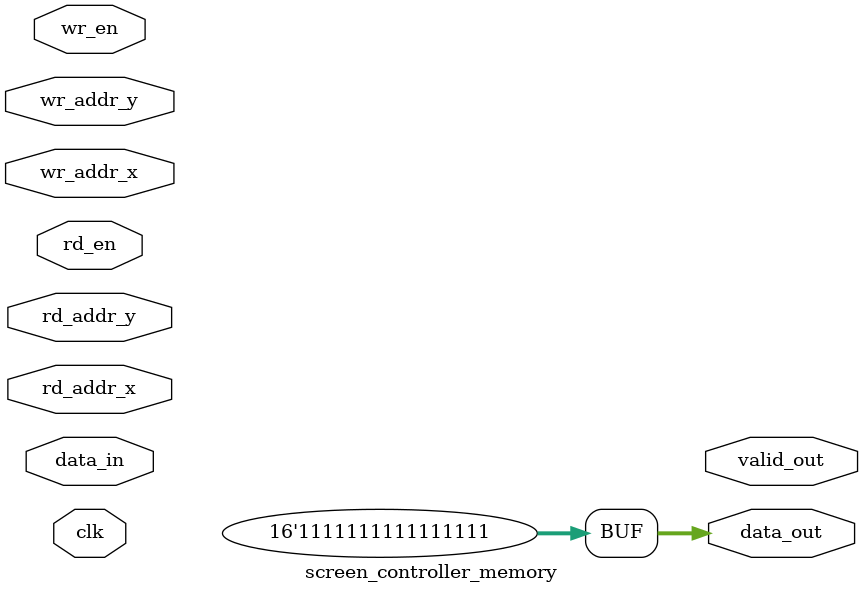
<source format=v>
module screen_controller_memory(input wire clk, input wire rd_en, input wire wr_en, input wire [6:0] rd_addr_x, input wire [6:0] rd_addr_y,
                                input wire [6:0] wr_addr_x, input wire [6:0] wr_addr_y,
                                input wire [15:0] data_in, output /*reg*/ [15:0] data_out, output reg valid_out
   );

   reg [12:0] ram_addr_0;
   reg [15:0] ram_data_in_0;
   wire [15:0] ram_data_out_0;
   reg [3:0] mask_wren_0;
   reg ram_wren_0;

   // reg [12:0] ram_addr_1;
   // reg [15:0] ram_data_in_1;
   // wire [15:0] ram_data_out_1;
   // reg [3:0] mask_wren_1;
   // reg ram_wren_1;

   reg buf_rd_req;
   reg buf_select_spram;
   assign data_out = 16'hffff;

   // SB_SPRAM256KA spram0
   // (
   //   .ADDRESS(ram_addr_0),
   //   .DATAIN(ram_data_in_0),
   //   .MASKWREN(mask_wren_0),
   //   .WREN(ram_wren_0),
   //   .CHIPSELECT(1'b1),
   //   .CLOCK(clk),
   //   .STANDBY(1'b0),
   //   .SLEEP(1'b0),
   //   .POWEROFF(1'b1),
   //   .DATAOUT(ram_data_out_0)
   // );

   // SB_SPRAM256KA spram1
   // (
   //   .ADDRESS(ram_addr_1),
   //   .DATAIN(ram_data_in_1),
   //   .MASKWREN(mask_wren_1),
   //   .WREN(ram_wren_1),
   //   .CHIPSELECT(1'b1),
   //   .CLOCK(clk),
   //   .STANDBY(1'b0),
   //   .SLEEP(1'b0),
   //   .POWEROFF(1'b1),
   //   .DATAOUT(ram_data_out_1)
   // );

   // initial begin
   //    valid_out = 0;
   // end

   // always @(*) begin
   //    // ram_addr_0 = {rd_addr_y[5:0], rd_addr_x[6:0]};
   //    // // ram_addr_1 = {rd_addr_y[5:0], rd_addr_x[6:0]};
   //    // if (wr_en == 1) begin
   //    //    //select to which spram to write the data
   //    //    // if(wr_addr_y[6] == 0) begin
   //    //       mask_wren_0 = 4'b1111;
   //    //       // mask_wren_1 = 4'b0000;
   //    //       ram_wren_0 = 1;
   //    //       // ram_wren_1 = 0;
   //    //    // end else begin
   //    //    //    mask_wren_0 = 4'b0000;
   //    //    //    mask_wren_1 = 4'b1111;
   //    //    //    ram_wren_0 = 0;
   //    //    //    ram_wren_1 = 1;
   //    //    // end
   //    //    ram_data_in_0 = data_in;
   //    //    // ram_data_in_1 = data_in;
   //    //    ram_addr_0 = {wr_addr_y[5:0], wr_addr_x[6:0]};
   //    //    // ram_addr_1 = {wr_addr_y[5:0], wr_addr_x[6:0]};
   //    // end else if (wr_en == 0) begin
   //    //    ram_wren_0 = 0;
   //    //    // ram_wren_1 = 0;
   //    //    mask_wren_0 = 4'b0000;
   //    //    // mask_wren_1 = 4'b0000;
   //    //    ram_data_in_0 = 0;
   //    //    // ram_data_in_1 = 0;
   //    // end

   //    // //one clock delay
   //    // if(buf_rd_req == 1) begin
   //       //select spram depending on address
   //       // if(buf_select_spram == 0) begin
   //          data_out = 16'hffff;//ram_data_out_0;
   //       // end else begin
   //       //    data_out = ram_data_out_1;
   //       // end
   //    // end else begin
   //    //    data_out = 0;
   //    // end
   // end

   // always @(posedge clk)
   // begin
   //    buf_rd_req <= rd_en;

   //    //keep indication which spram to read from
   //    buf_select_spram <= rd_addr_y[6];

   //    //will output valid out as a clk delay of rd_en
   //    valid_out <= rd_en;

   // end
endmodule

</source>
